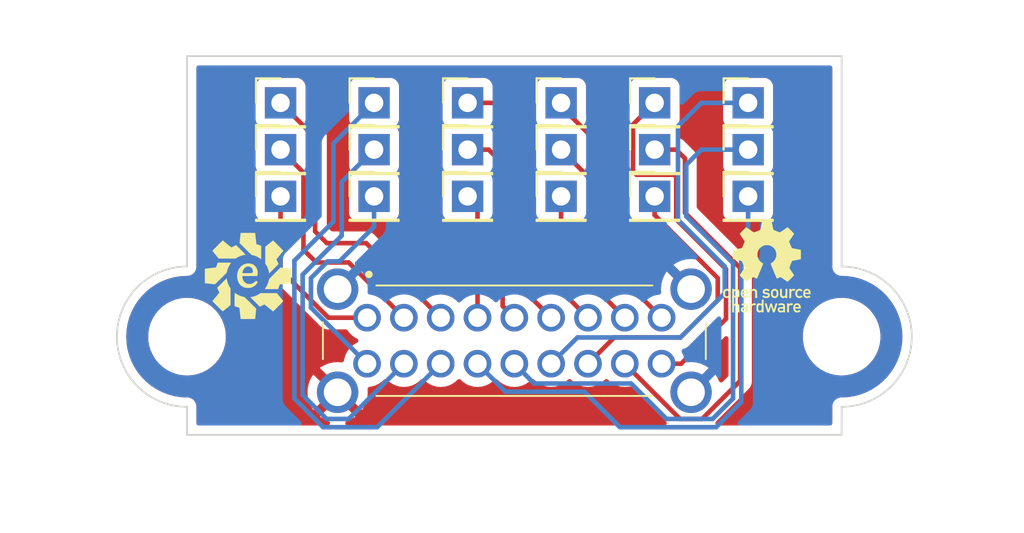
<source format=kicad_pcb>
(kicad_pcb (version 20211014) (generator pcbnew)
  (layers (0 "F.Cu" signal) (31 "B.Cu" signal) (34 "B.Paste" user) (35 "F.Paste" user) (36 "B.SilkS" user "B.Silkscreen") (37 "F.SilkS" user "F.Silkscreen") (38 "B.Mask" user) (39 "F.Mask" user) (44 "Edge.Cuts" user))
  (net 0 "")
  (net 1 "Net-(J1-Pad1)")
  (net 2 "Net-(J2-Pad1)")
  (net 3 "Net-(J3-Pad1)")
  (net 4 "Net-(J4-Pad1)")
  (net 5 "Net-(J5-Pad1)")
  (net 6 "Net-(J6-Pad1)")
  (net 7 "Net-(J7-Pad1)")
  (net 8 "Net-(J8-Pad1)")
  (net 9 "Net-(J9-Pad1)")
  (net 10 "Net-(J10-Pad1)")
  (net 11 "Net-(J11-Pad1)")
  (net 12 "Net-(J12-Pad1)")
  (net 13 "Net-(J13-Pad1)")
  (net 14 "Net-(J14-Pad1)")
  (net 15 "Net-(J15-Pad1)")
  (net 16 "Net-(J16-Pad1)")
  (net 17 "Net-(J17-Pad1)")
  (net 18 "Net-(J18-Pad1)")
  (net 19 "GND")
  (footprint "Connector_PinHeader_2.54mm:PinHeader_1x01_P2.54mm_Vertical" (layer "F.Cu") (at 152.4 91.44)
    (fp_text reference "J7" hide)
    (fp_text value "Conn_01x01")
    (pad "1" thru_hole rect locked (at 0 0) (size 1.7 1.7) (drill 1) (layers *.Cu *.Mask) (net 7 "Net-(J7-Pad1)"))
  )
  (footprint "Connector_PinHeader_2.54mm:PinHeader_1x01_P2.54mm_Vertical" (layer "F.Cu") (at 137.16 88.9)
    (fp_text reference "J2" hide)
    (fp_text value "Conn_01x01")
    (pad "1" thru_hole rect locked (at 0 0) (size 1.7 1.7) (drill 1) (layers *.Cu *.Mask) (net 2 "Net-(J2-Pad1)"))
  )
  (footprint "Connector_PinHeader_2.54mm:PinHeader_1x01_P2.54mm_Vertical" (layer "F.Cu") (at 157.48 86.36)
    (fp_text reference "J18" hide)
    (fp_text value "Conn_01x01")
    (pad "1" thru_hole rect locked (at 0 0) (size 1.7 1.7) (drill 1) (layers *.Cu *.Mask) (net 18 "Net-(J18-Pad1)"))
  )
  (footprint "Connector_PinHeader_2.54mm:PinHeader_1x01_P2.54mm_Vertical" (layer "F.Cu") (at 152.4 88.9)
    (fp_text reference "J8" hide)
    (fp_text value "Conn_01x01")
    (pad "1" thru_hole rect locked (at 0 0) (size 1.7 1.7) (drill 1) (layers *.Cu *.Mask) (net 8 "Net-(J8-Pad1)"))
  )
  (footprint "Evan's misc parts:OSHW gear" (layer "F.Cu") (at 163.576 95.25)
    (fp_text reference "G***" hide)
    (fp_text value "LOGO" hide)
  )
  (footprint "Connector_PinHeader_2.54mm:PinHeader_1x01_P2.54mm_Vertical" (layer "F.Cu") (at 142.24 91.44)
    (fp_text reference "J10" hide)
    (fp_text value "Conn_01x01")
    (pad "1" thru_hole rect locked (at 0 0) (size 1.7 1.7) (drill 1) (layers *.Cu *.Mask) (net 10 "Net-(J10-Pad1)"))
  )
  (footprint "Evan's misc parts:Evan Logo" (layer "F.Cu") (at 135.382 95.758)
    (fp_text reference "G***" hide)
    (fp_text value "LOGO" hide)
  )
  (footprint "Connector_PinHeader_2.54mm:PinHeader_1x01_P2.54mm_Vertical" (layer "F.Cu") (at 147.32 86.36)
    (fp_text reference "J6" hide)
    (fp_text value "Conn_01x01")
    (pad "1" thru_hole rect locked (at 0 0) (size 1.7 1.7) (drill 1) (layers *.Cu *.Mask) (net 6 "Net-(J6-Pad1)"))
  )
  (footprint "MountingHole:MountingHole_3.2mm_M3" (layer "F.Cu") (at 167.64 99.06)
    (fp_text reference "REF**" hide)
    (fp_text value "MountingHole_3.2mm_M3")
    (pad "" np_thru_hole circle locked (at 0 0) (size 3.2 3.2) (drill 3.2) (layers *.Cu *.Mask))
  )
  (footprint "Connector_PinHeader_2.54mm:PinHeader_1x01_P2.54mm_Vertical" (layer "F.Cu") (at 137.16 86.36)
    (fp_text reference "J3" hide)
    (fp_text value "Conn_01x01")
    (pad "1" thru_hole rect locked (at 0 0) (size 1.7 1.7) (drill 1) (layers *.Cu *.Mask) (net 3 "Net-(J3-Pad1)"))
  )
  (footprint "Connector_PinHeader_2.54mm:PinHeader_1x01_P2.54mm_Vertical" (layer "F.Cu") (at 152.4 86.36)
    (fp_text reference "J9" hide)
    (fp_text value "Conn_01x01")
    (pad "1" thru_hole rect locked (at 0 0) (size 1.7 1.7) (drill 1) (layers *.Cu *.Mask) (net 9 "Net-(J9-Pad1)"))
  )
  (footprint "Connector_PinHeader_2.54mm:PinHeader_1x01_P2.54mm_Vertical" (layer "F.Cu") (at 162.56 86.36)
    (fp_text reference "J15" hide)
    (fp_text value "Conn_01x01")
    (pad "1" thru_hole rect locked (at 0 0) (size 1.7 1.7) (drill 1) (layers *.Cu *.Mask) (net 15 "Net-(J15-Pad1)"))
  )
  (footprint "Connector_PinHeader_2.54mm:PinHeader_1x01_P2.54mm_Vertical" (layer "F.Cu") (at 157.48 91.44)
    (fp_text reference "J16" hide)
    (fp_text value "Conn_01x01")
    (pad "1" thru_hole rect locked (at 0 0) (size 1.7 1.7) (drill 1) (layers *.Cu *.Mask) (net 16 "Net-(J16-Pad1)"))
  )
  (footprint "Connector_PinHeader_2.54mm:PinHeader_1x01_P2.54mm_Vertical" (layer "F.Cu") (at 157.48 88.9)
    (fp_text reference "J17" hide)
    (fp_text value "Conn_01x01")
    (pad "1" thru_hole rect locked (at 0 0) (size 1.7 1.7) (drill 1) (layers *.Cu *.Mask) (net 17 "Net-(J17-Pad1)"))
  )
  (footprint "Connector_PinHeader_2.54mm:PinHeader_1x01_P2.54mm_Vertical" (layer "F.Cu") (at 147.32 88.9)
    (fp_text reference "J5" hide)
    (fp_text value "Conn_01x01")
    (pad "1" thru_hole rect locked (at 0 0) (size 1.7 1.7) (drill 1) (layers *.Cu *.Mask) (net 5 "Net-(J5-Pad1)"))
  )
  (footprint "Connector_PinHeader_2.54mm:PinHeader_1x01_P2.54mm_Vertical" (layer "F.Cu") (at 137.16 91.44)
    (fp_text reference "J1" hide)
    (fp_text value "Conn_01x01")
    (pad "1" thru_hole rect locked (at 0 0) (size 1.7 1.7) (drill 1) (layers *.Cu *.Mask) (net 1 "Net-(J1-Pad1)"))
  )
  (footprint "Connector_PinHeader_2.54mm:PinHeader_1x01_P2.54mm_Vertical" (layer "F.Cu") (at 162.56 88.9)
    (fp_text reference "J14" hide)
    (fp_text value "Conn_01x01")
    (pad "1" thru_hole rect locked (at 0 0) (size 1.7 1.7) (drill 1) (layers *.Cu *.Mask) (net 14 "Net-(J14-Pad1)"))
  )
  (footprint "Evan's misc parts:EG6201" (layer "F.Cu") (at 141.86 98.03)
    (fp_text reference "S1" hide)
    (fp_text value "EG6201" hide)
    (pad "1" thru_hole circle (at 0 0) (size 1.5 1.5) (drill 1) (layers *.Cu *.Mask) (net 1 "Net-(J1-Pad1)"))
    (pad "2" thru_hole circle (at 2 0) (size 1.5 1.5) (drill 1) (layers *.Cu *.Mask) (net 2 "Net-(J2-Pad1)"))
    (pad "3" thru_hole circle (at 4 0) (size 1.5 1.5) (drill 1) (layers *.Cu *.Mask) (net 3 "Net-(J3-Pad1)"))
    (pad "4" thru_hole circle (at 6 0) (size 1.5 1.5) (drill 1) (layers *.Cu *.Mask) (net 4 "Net-(J4-Pad1)"))
    (pad "5" thru_hole circle (at 8 0) (size 1.5 1.5) (drill 1) (layers *.Cu *.Mask) (net 5 "Net-(J5-Pad1)"))
    (pad "6" thru_hole circle (at 10 0) (size 1.5 1.5) (drill 1) (layers *.Cu *.Mask) (net 6 "Net-(J6-Pad1)"))
    (pad "7" thru_hole circle (at 12 0) (size 1.5 1.5) (drill 1) (layers *.Cu *.Mask) (net 7 "Net-(J7-Pad1)"))
    (pad "8" thru_hole circle (at 14 0) (size 1.5 1.5) (drill 1) (layers *.Cu *.Mask) (net 8 "Net-(J8-Pad1)"))
    (pad "9" thru_hole circle (at 16 0) (size 1.5 1.5) (drill 1) (layers *.Cu *.Mask) (net 9 "Net-(J9-Pad1)"))
    (pad "10" thru_hole circle (at 0 2.5) (size 1.5 1.5) (drill 1) (layers *.Cu *.Mask) (net 10 "Net-(J10-Pad1)"))
    (pad "11" thru_hole circle (at 2 2.5) (size 1.5 1.5) (drill 1) (layers *.Cu *.Mask) (net 11 "Net-(J11-Pad1)"))
    (pad "12" thru_hole circle (at 4 2.5) (size 1.5 1.5) (drill 1) (layers *.Cu *.Mask) (net 12 "Net-(J12-Pad1)"))
    (pad "13" thru_hole circle (at 6 2.5) (size 1.5 1.5) (drill 1) (layers *.Cu *.Mask) (net 13 "Net-(J13-Pad1)"))
    (pad "14" thru_hole circle (at 8 2.5) (size 1.5 1.5) (drill 1) (layers *.Cu *.Mask) (net 14 "Net-(J14-Pad1)"))
    (pad "15" thru_hole circle (at 10 2.5) (size 1.5 1.5) (drill 1) (layers *.Cu *.Mask) (net 15 "Net-(J15-Pad1)"))
    (pad "16" thru_hole circle (at 12 2.5) (size 1.5 1.5) (drill 1) (layers *.Cu *.Mask) (net 16 "Net-(J16-Pad1)"))
    (pad "17" thru_hole circle (at 14 2.5) (size 1.5 1.5) (drill 1) (layers *.Cu *.Mask) (net 17 "Net-(J17-Pad1)"))
    (pad "18" thru_hole circle (at 16 2.5) (size 1.5 1.5) (drill 1) (layers *.Cu *.Mask) (net 18 "Net-(J18-Pad1)"))
    (pad "MH1" thru_hole circle (at -1.6 -1.55) (size 2.25 2.25) (drill 1.5) (layers *.Cu *.Mask) (net 19 "GND"))
    (pad "MH2" thru_hole circle (at 17.6 -1.55) (size 2.25 2.25) (drill 1.5) (layers *.Cu *.Mask) (net 19 "GND"))
    (pad "MH3" thru_hole circle (at -1.6 4.05) (size 2.25 2.25) (drill 1.5) (layers *.Cu *.Mask) (net 19 "GND"))
    (pad "MH4" thru_hole circle (at 17.6 4.05) (size 2.25 2.25) (drill 1.5) (layers *.Cu *.Mask) (net 19 "GND"))
  )
  (footprint "Connector_PinHeader_2.54mm:PinHeader_1x01_P2.54mm_Vertical" (layer "F.Cu") (at 162.56 91.44)
    (fp_text reference "J13" hide)
    (fp_text value "Conn_01x01")
    (pad "1" thru_hole rect locked (at 0 0) (size 1.7 1.7) (drill 1) (layers *.Cu *.Mask) (net 13 "Net-(J13-Pad1)"))
  )
  (footprint "Connector_PinHeader_2.54mm:PinHeader_1x01_P2.54mm_Vertical" (layer "F.Cu") (at 142.24 86.36)
    (fp_text reference "J12" hide)
    (fp_text value "Conn_01x01")
    (pad "1" thru_hole rect locked (at 0 0) (size 1.7 1.7) (drill 1) (layers *.Cu *.Mask) (net 12 "Net-(J12-Pad1)"))
  )
  (footprint "Connector_PinHeader_2.54mm:PinHeader_1x01_P2.54mm_Vertical" (layer "F.Cu") (at 147.32 91.44)
    (fp_text reference "J4" hide)
    (fp_text value "Conn_01x01")
    (pad "1" thru_hole rect locked (at 0 0) (size 1.7 1.7) (drill 1) (layers *.Cu *.Mask) (net 4 "Net-(J4-Pad1)"))
  )
  (footprint "Connector_PinHeader_2.54mm:PinHeader_1x01_P2.54mm_Vertical" (layer "F.Cu") (at 142.24 88.9)
    (fp_text reference "J11" hide)
    (fp_text value "Conn_01x01")
    (pad "1" thru_hole rect locked (at 0 0) (size 1.7 1.7) (drill 1) (layers *.Cu *.Mask) (net 11 "Net-(J11-Pad1)"))
  )
  (footprint "MountingHole:MountingHole_3.2mm_M3" (layer "F.Cu") (at 132.08 99.06)
    (fp_text reference "REF**" hide)
    (fp_text value "MountingHole_3.2mm_M3")
    (pad "" np_thru_hole circle locked (at 0 0) (size 3.2 3.2) (drill 3.2) (layers *.Cu *.Mask))
  )
  (gr_line (start 167.64 104.394) (end 132.08 104.394) (layer "Edge.Cuts") (width 0.1))
  (gr_line (start 132.08 104.394) (end 132.08 102.87) (layer "Edge.Cuts") (width 0.1))
  (gr_line (start 167.64 102.87) (end 167.64 104.394) (layer "Edge.Cuts") (width 0.1))
  (gr_arc (start 132.08 102.87) (mid 128.27 99.06) (end 132.08 95.25) (layer "Edge.Cuts") (width 0.1))
  (gr_line (start 132.08 83.82) (end 167.64 83.82) (layer "Edge.Cuts") (width 0.1))
  (gr_line (start 167.64 83.82) (end 167.64 95.25) (layer "Edge.Cuts") (width 0.1))
  (gr_line (start 132.08 95.25) (end 132.08 83.82) (layer "Edge.Cuts") (width 0.1))
  (gr_arc (start 167.64 95.25) (mid 171.45 99.06) (end 167.64 102.87) (layer "Edge.Cuts") (width 0.1))
  (segment (start 141.86 98.03) (end 139.760081 98.03) (width 0.25) (layer "F.Cu") (net 1))
  (segment (start 139.760081 98.03) (end 137.16 95.429919) (width 0.25) (layer "F.Cu") (net 1))
  (segment (start 137.16 95.429919) (end 137.16 91.44) (width 0.25) (layer "F.Cu") (net 1))
  (segment (start 138.4046 94.3356) (end 138.4046 90.1446) (width 0.25) (layer "F.Cu") (net 2))
  (segment (start 138.4046 90.1446) (end 137.16 88.9) (width 0.25) (layer "F.Cu") (net 2))
  (segment (start 139.099489 95.030489) (end 138.4046 94.3356) (width 0.25) (layer "F.Cu") (net 2))
  (segment (start 140.860489 95.030489) (end 139.099489 95.030489) (width 0.25) (layer "F.Cu") (net 2))
  (segment (start 143.86 98.03) (end 140.860489 95.030489) (width 0.25) (layer "F.Cu") (net 2))
  (segment (start 145.86 98.03) (end 141.81 93.98) (width 0.25) (layer "F.Cu") (net 3))
  (segment (start 139.6746 93.98) (end 139.0396 93.345) (width 0.25) (layer "F.Cu") (net 3))
  (segment (start 139.0396 93.345) (end 139.0396 88.2396) (width 0.25) (layer "F.Cu") (net 3))
  (segment (start 139.0396 88.2396) (end 137.16 86.36) (width 0.25) (layer "F.Cu") (net 3))
  (segment (start 141.81 93.98) (end 139.6746 93.98) (width 0.25) (layer "F.Cu") (net 3))
  (segment (start 147.86 91.98) (end 147.32 91.44) (width 0.25) (layer "F.Cu") (net 4))
  (segment (start 147.86 98.03) (end 147.86 91.98) (width 0.25) (layer "F.Cu") (net 4))
  (segment (start 148.463 88.9) (end 149.225 89.662) (width 0.25) (layer "F.Cu") (net 5))
  (segment (start 149.225 97.395) (end 149.86 98.03) (width 0.25) (layer "F.Cu") (net 5))
  (segment (start 147.32 88.9) (end 148.463 88.9) (width 0.25) (layer "F.Cu") (net 5))
  (segment (start 149.225 89.662) (end 149.225 97.395) (width 0.25) (layer "F.Cu") (net 5))
  (segment (start 149.6822 86.36) (end 147.32 86.36) (width 0.25) (layer "F.Cu") (net 6))
  (segment (start 150.2918 86.9696) (end 149.6822 86.36) (width 0.25) (layer "F.Cu") (net 6))
  (segment (start 150.2918 96.4618) (end 150.2918 86.9696) (width 0.25) (layer "F.Cu") (net 6))
  (segment (start 151.86 98.03) (end 150.2918 96.4618) (width 0.25) (layer "F.Cu") (net 6))
  (segment (start 153.86 98.03) (end 152.4 96.57) (width 0.25) (layer "F.Cu") (net 7))
  (segment (start 152.4 96.57) (end 152.4 91.44) (width 0.25) (layer "F.Cu") (net 7))
  (segment (start 154.051 96.221) (end 154.051 90.551) (width 0.25) (layer "F.Cu") (net 8))
  (segment (start 154.051 90.551) (end 152.4 88.9) (width 0.25) (layer "F.Cu") (net 8))
  (segment (start 155.86 98.03) (end 154.051 96.221) (width 0.25) (layer "F.Cu") (net 8))
  (segment (start 152.4 86.550978) (end 152.4 86.36) (width 0.25) (layer "F.Cu") (net 9))
  (segment (start 154.9146 95.0846) (end 154.9146 89.065578) (width 0.25) (layer "F.Cu") (net 9))
  (segment (start 157.86 98.03) (end 154.9146 95.0846) (width 0.25) (layer "F.Cu") (net 9))
  (segment (start 154.9146 89.065578) (end 152.4 86.550978) (width 0.25) (layer "F.Cu") (net 9))
  (segment (start 138.810489 97.480489) (end 138.810489 95.879592) (width 0.25) (layer "B.Cu") (net 10))
  (segment (start 138.810489 95.879592) (end 139.719481 94.9706) (width 0.25) (layer "B.Cu") (net 10))
  (segment (start 141.86 100.53) (end 138.810489 97.480489) (width 0.25) (layer "B.Cu") (net 10))
  (segment (start 142.24 93.091) (end 140.3604 94.9706) (width 0.25) (layer "B.Cu") (net 10))
  (segment (start 142.24 91.44) (end 142.24 93.091) (width 0.25) (layer "B.Cu") (net 10))
  (segment (start 139.719481 94.9706) (end 140.3604 94.9706) (width 0.25) (layer "B.Cu") (net 10))
  (segment (start 143.86 100.53) (end 140.860489 103.529511) (width 0.25) (layer "B.Cu") (net 11))
  (segment (start 140.480763 90.659237) (end 142.24 88.9) (width 0.25) (layer "B.Cu") (net 11))
  (segment (start 138.360969 102.230888) (end 138.360969 95.693394) (width 0.25) (layer "B.Cu") (net 11))
  (segment (start 138.360969 95.693394) (end 140.480763 93.5736) (width 0.25) (layer "B.Cu") (net 11))
  (segment (start 139.659592 103.529511) (end 138.360969 102.230888) (width 0.25) (layer "B.Cu") (net 11))
  (segment (start 140.860489 103.529511) (end 139.659592 103.529511) (width 0.25) (layer "B.Cu") (net 11))
  (segment (start 140.480763 93.5736) (end 140.480763 90.659237) (width 0.25) (layer "B.Cu") (net 11))
  (segment (start 142.410969 103.979031) (end 139.473394 103.979031) (width 0.25) (layer "B.Cu") (net 12))
  (segment (start 139.473394 103.979031) (end 137.911449 102.417086) (width 0.25) (layer "B.Cu") (net 12))
  (segment (start 145.86 100.53) (end 142.410969 103.979031) (width 0.25) (layer "B.Cu") (net 12))
  (segment (start 137.911449 102.417086) (end 137.911449 94.931394) (width 0.25) (layer "B.Cu") (net 12))
  (segment (start 140.031243 92.8116) (end 140.031243 88.568757) (width 0.25) (layer "B.Cu") (net 12))
  (segment (start 137.911449 94.931394) (end 140.031243 92.8116) (width 0.25) (layer "B.Cu") (net 12))
  (segment (start 140.031243 88.568757) (end 142.24 86.36) (width 0.25) (layer "B.Cu") (net 12))
  (segment (start 155.595 103.979031) (end 160.816687 103.979031) (width 0.25) (layer "B.Cu") (net 13))
  (segment (start 149.384031 102.054031) (end 153.67 102.054031) (width 0.25) (layer "B.Cu") (net 13))
  (segment (start 162.56 94.506644) (end 162.56 91.44) (width 0.25) (layer "B.Cu") (net 13))
  (segment (start 147.86 100.53) (end 149.384031 102.054031) (width 0.25) (layer "B.Cu") (net 13))
  (segment (start 160.816687 103.979031) (end 162.18904 102.606677) (width 0.25) (layer "B.Cu") (net 13))
  (segment (start 153.67 102.054031) (end 155.595 103.979031) (width 0.25) (layer "B.Cu") (net 13))
  (segment (start 162.18904 102.606677) (end 162.18904 94.877604) (width 0.25) (layer "B.Cu") (net 13))
  (segment (start 162.18904 94.877604) (end 162.56 94.506644) (width 0.25) (layer "B.Cu") (net 13))
  (segment (start 160.630489 103.529511) (end 161.73952 102.42048) (width 0.25) (layer "B.Cu") (net 14))
  (segment (start 150.934511 101.604511) (end 156.205489 101.604511) (width 0.25) (layer "B.Cu") (net 14))
  (segment (start 149.86 100.53) (end 150.934511 101.604511) (width 0.25) (layer "B.Cu") (net 14))
  (segment (start 161.73952 102.42048) (end 161.73952 95.063802) (width 0.25) (layer "B.Cu") (net 14))
  (segment (start 156.205489 101.604511) (end 158.130489 103.529511) (width 0.25) (layer "B.Cu") (net 14))
  (segment (start 159.19952 92.523802) (end 159.19952 89.72048) (width 0.25) (layer "B.Cu") (net 14))
  (segment (start 159.19952 89.72048) (end 160.02 88.9) (width 0.25) (layer "B.Cu") (net 14))
  (segment (start 161.73952 95.063802) (end 159.19952 92.523802) (width 0.25) (layer "B.Cu") (net 14))
  (segment (start 158.130489 103.529511) (end 160.630489 103.529511) (width 0.25) (layer "B.Cu") (net 14))
  (segment (start 160.02 88.9) (end 162.56 88.9) (width 0.25) (layer "B.Cu") (net 14))
  (segment (start 161.29 96.699919) (end 161.29 95.25) (width 0.25) (layer "B.Cu") (net 15))
  (segment (start 151.86 100.53) (end 153.285489 99.104511) (width 0.25) (layer "B.Cu") (net 15))
  (segment (start 161.29 95.25) (end 158.75 92.71) (width 0.25) (layer "B.Cu") (net 15))
  (segment (start 160.02 86.36) (end 162.56 86.36) (width 0.25) (layer "B.Cu") (net 15))
  (segment (start 158.75 87.63) (end 160.02 86.36) (width 0.25) (layer "B.Cu") (net 15))
  (segment (start 158.885408 99.104511) (end 161.29 96.699919) (width 0.25) (layer "B.Cu") (net 15))
  (segment (start 153.285489 99.104511) (end 158.885408 99.104511) (width 0.25) (layer "B.Cu") (net 15))
  (segment (start 158.75 92.71) (end 158.75 87.63) (width 0.25) (layer "B.Cu") (net 15))
  (segment (start 160.909511 97.080408) (end 160.909511 95.879592) (width 0.25) (layer "F.Cu") (net 16))
  (segment (start 160.909511 95.879592) (end 157.48 92.450081) (width 0.25) (layer "F.Cu") (net 16))
  (segment (start 157.48 92.450081) (end 157.48 91.44) (width 0.25) (layer "F.Cu") (net 16))
  (segment (start 155.285489 99.104511) (end 158.885408 99.104511) (width 0.25) (layer "F.Cu") (net 16))
  (segment (start 158.885408 99.104511) (end 160.909511 97.080408) (width 0.25) (layer "F.Cu") (net 16))
  (segment (start 153.86 100.53) (end 155.285489 99.104511) (width 0.25) (layer "F.Cu") (net 16))
  (segment (start 159.131 92.329) (end 159.131 89.3826) (width 0.25) (layer "F.Cu") (net 17))
  (segment (start 160.060408 103.529511) (end 162.1282 101.461719) (width 0.25) (layer "F.Cu") (net 17))
  (segment (start 162.1282 101.461719) (end 162.1282 95.3262) (width 0.25) (layer "F.Cu") (net 17))
  (segment (start 158.6484 88.9) (end 157.48 88.9) (width 0.25) (layer "F.Cu") (net 17))
  (segment (start 158.859511 103.529511) (end 160.060408 103.529511) (width 0.25) (layer "F.Cu") (net 17))
  (segment (start 162.1282 95.3262) (end 159.131 92.329) (width 0.25) (layer "F.Cu") (net 17))
  (segment (start 155.86 100.53) (end 158.859511 103.529511) (width 0.25) (layer "F.Cu") (net 17))
  (segment (start 159.131 89.3826) (end 158.6484 88.9) (width 0.25) (layer "F.Cu") (net 17))
  (segment (start 158.92066 100.53) (end 161.359031 98.091629) (width 0.25) (layer "F.Cu") (net 18))
  (segment (start 156.305489 90.074511) (end 156.305489 87.534511) (width 0.25) (layer "F.Cu") (net 18))
  (segment (start 156.305489 87.534511) (end 157.48 86.36) (width 0.25) (layer "F.Cu") (net 18))
  (segment (start 158.654511 90.265489) (end 156.496467 90.265489) (width 0.25) (layer "F.Cu") (net 18))
  (segment (start 157.86 100.53) (end 158.92066 100.53) (width 0.25) (layer "F.Cu") (net 18))
  (segment (start 158.654511 92.690711) (end 158.654511 90.265489) (width 0.25) (layer "F.Cu") (net 18))
  (segment (start 156.496467 90.265489) (end 156.305489 90.074511) (width 0.25) (layer "F.Cu") (net 18))
  (segment (start 161.359031 98.091629) (end 161.359031 95.395231) (width 0.25) (layer "F.Cu") (net 18))
  (segment (start 161.359031 95.395231) (end 158.654511 92.690711) (width 0.25) (layer "F.Cu") (net 18))
  (zone (net 19) (net_name "GND") (layer "F.Cu") (connect_pads (clearance 0.508)) (min_thickness 0.254) (fill yes (thermal_gap 0.508) (thermal_bridge_width 0.508))
    (polygon (pts (xy 176.276 108.204) (xy 121.92 109.728) (xy 121.92 80.772) (xy 177.546 80.772)))
  )
  (zone (net 19) (net_name "GND") (layer "B.Cu") (connect_pads (clearance 0.508)) (min_thickness 0.254) (fill yes (thermal_gap 0.508) (thermal_bridge_width 0.508))
    (polygon (pts (xy 173.482 82.042) (xy 175.514 107.696) (xy 125.476 108.458) (xy 126.238 81.788)))
  )
)
</source>
